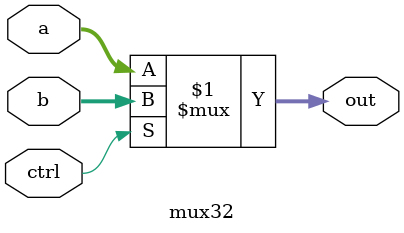
<source format=v>
`timescale 1ns / 1ps

module mux32 (
    input [31:0] a,
    input [31:0] b,
    input ctrl,
    output [31:0] out
);
    
    assign out = ctrl ? b : a;
    
endmodule
</source>
